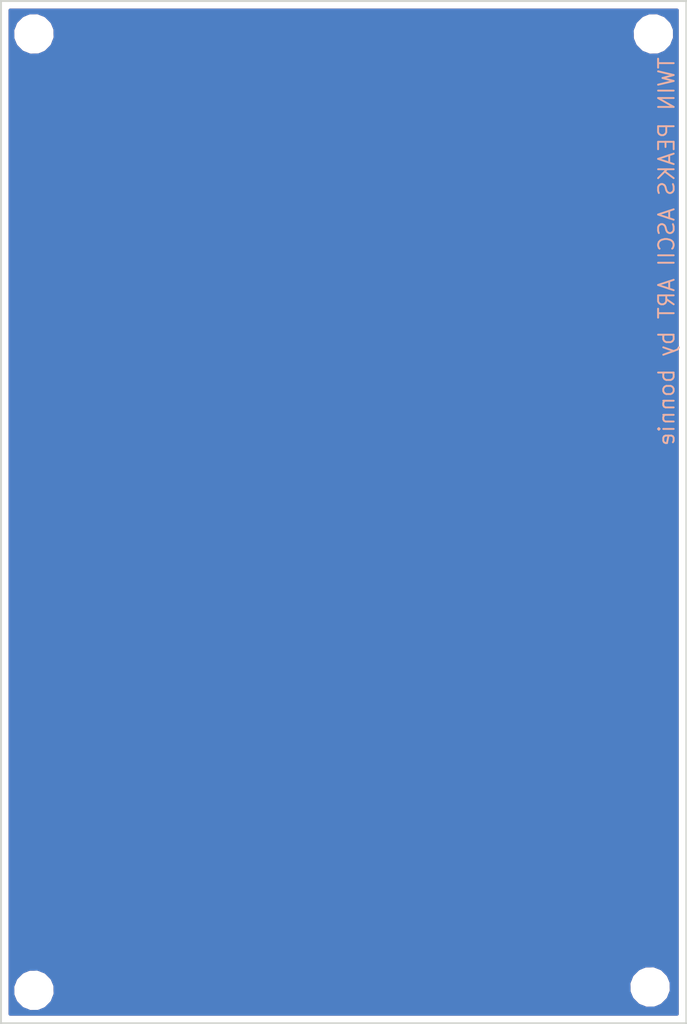
<source format=kicad_pcb>
(kicad_pcb (version 4) (host pcbnew 4.0.6)
  (layers (0 F.Cu signal hide) (31 B.Cu signal hide) (34 B.Paste user) (35 F.Paste user) (36 B.SilkS user) (37 F.SilkS user) (38 B.Mask user) (39 F.Mask user hide) (44 Edge.Cuts user))
  (net 0 "")
  (module twinpeaks:drill5mm (layer F.Cu) (at 190.5 30.988)
    (fp_text reference REF** hide)
    (fp_text value drill1 hide)
    (pad "" np_thru_hole circle (at 0 0) (size 2 2) (drill 2) (layers *.Cu *.Mask))
  )
  (module twinpeaks:drill5mm (layer F.Cu) (at 142.748 30.988)
    (fp_text reference REF** hide)
    (fp_text value drill1 hide)
    (pad "" np_thru_hole circle (at 0 0) (size 2 2) (drill 2) (layers *.Cu *.Mask))
  )
  (module twinpeaks:key300 (layer F.Cu) (at 166.624 67.818)
    (fp_text reference G*** hide)
    (fp_text value LOGO hide)
  )
  (module a-tp:key300-negative (layer B.Cu) (at 166.624 67.564)
    (fp_text reference G*** hide)
    (fp_text value LOGO hide)
  )
  (module Wire_Pads:SolderWirePad_single_1mmDrill (layer F.Cu) (at 191.008 105.156)
    (fp_text reference REF** hide)
    (fp_text value SolderWirePad_single_1mmDrill hide)
  )
  (module Wire_Pads:SolderWirePad_single_1mmDrill (layer F.Cu) (at 142.24 30.48)
    (fp_text reference REF** hide)
    (fp_text value SolderWirePad_single_1mmDrill hide)
  )
  (module Wire_Pads:SolderWirePad_single_1mmDrill (layer F.Cu) (at 191.008 30.48)
    (fp_text reference REF** hide)
    (fp_text value SolderWirePad_single_1mmDrill hide)
  )
  (module twinpeaks:drill5mm (layer F.Cu) (at 142.748 104.648)
    (fp_text reference REF** hide)
    (fp_text value drill1 hide)
    (pad "" np_thru_hole circle (at 0 0) (size 2 2) (drill 2) (layers *.Cu *.Mask))
  )
  (module twinpeaks:drill5mm (layer F.Cu) (at 190.246 104.394)
    (fp_text reference REF** hide)
    (fp_text value drill1 hide)
    (pad "" np_thru_hole circle (at 0 0) (size 2 2) (drill 2) (layers *.Cu *.Mask))
  )
  (gr_text "TWIN PEAKS ASCII ART by bonnie" (at 191.516 47.752 90) (layer B.SilkS) (effects (font (size 1.2 1.2)) (justify mirror)))
  (gr_line (start 140.208 107.188) (end 140.208 28.448) (angle 90) (layer Edge.Cuts) (width 0.15))
  (gr_line (start 193.04 107.188) (end 140.208 107.188) (angle 90) (layer Edge.Cuts) (width 0.15))
  (gr_line (start 193.04 28.448) (end 193.04 107.188) (angle 90) (layer Edge.Cuts) (width 0.15))
  (gr_line (start 140.208 28.448) (end 193.04 28.448) (angle 90) (layer Edge.Cuts) (width 0.15))
  (zone (net 0) (net_name "") (layer F.Cu) (connect_pads (clearance 0.508)) (min_thickness 0.254) (fill yes (arc_segments 16) (thermal_gap 0.508) (thermal_bridge_width 0.508))
    (polygon (pts (xy 193.04 107.188) (xy 140.208 107.188) (xy 140.208 28.448) (xy 193.04 28.448)))
  )
  (zone (net 0) (net_name "") (layer B.Cu) (connect_pads (clearance 0.508)) (min_thickness 0.254) (fill yes (arc_segments 16) (thermal_gap 0.508) (thermal_bridge_width 0.508))
    (polygon (pts (xy 193.04 107.188) (xy 140.208 107.188) (xy 140.208 28.448) (xy 193.04 28.448)))
  )
)
</source>
